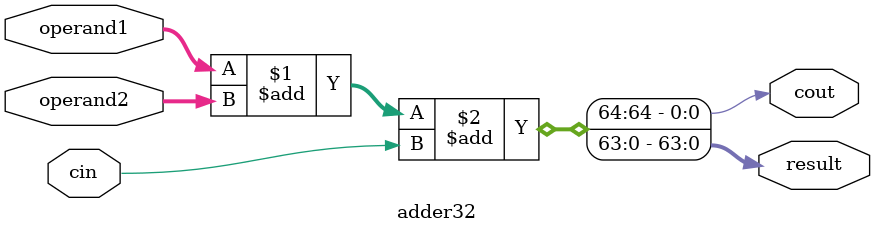
<source format=v>
`timescale 1ns / 1ps


module adder32(
    input  [63:0] operand1,
    input  [63:0] operand2,
    input         cin,
    output [63:0] result,
    output        cout
    );
    assign {cout,result} = operand1 + operand2 + cin;

endmodule

</source>
